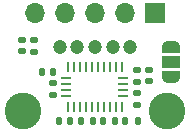
<source format=gbr>
%TF.GenerationSoftware,KiCad,Pcbnew,8.0.6-8.0.6-0~ubuntu24.04.1*%
%TF.CreationDate,2024-11-07T20:05:32-08:00*%
%TF.ProjectId,uSlime_BNO085_Module,75536c69-6d65-45f4-924e-4f3038355f4d,rev?*%
%TF.SameCoordinates,Original*%
%TF.FileFunction,Soldermask,Top*%
%TF.FilePolarity,Negative*%
%FSLAX46Y46*%
G04 Gerber Fmt 4.6, Leading zero omitted, Abs format (unit mm)*
G04 Created by KiCad (PCBNEW 8.0.6-8.0.6-0~ubuntu24.04.1) date 2024-11-07 20:05:32*
%MOMM*%
%LPD*%
G01*
G04 APERTURE LIST*
G04 Aperture macros list*
%AMRoundRect*
0 Rectangle with rounded corners*
0 $1 Rounding radius*
0 $2 $3 $4 $5 $6 $7 $8 $9 X,Y pos of 4 corners*
0 Add a 4 corners polygon primitive as box body*
4,1,4,$2,$3,$4,$5,$6,$7,$8,$9,$2,$3,0*
0 Add four circle primitives for the rounded corners*
1,1,$1+$1,$2,$3*
1,1,$1+$1,$4,$5*
1,1,$1+$1,$6,$7*
1,1,$1+$1,$8,$9*
0 Add four rect primitives between the rounded corners*
20,1,$1+$1,$2,$3,$4,$5,0*
20,1,$1+$1,$4,$5,$6,$7,0*
20,1,$1+$1,$6,$7,$8,$9,0*
20,1,$1+$1,$8,$9,$2,$3,0*%
%AMFreePoly0*
4,1,19,0.550000,-0.750000,0.000000,-0.750000,0.000000,-0.744911,-0.071157,-0.744911,-0.207708,-0.704816,-0.327430,-0.627875,-0.420627,-0.520320,-0.479746,-0.390866,-0.500000,-0.250000,-0.500000,0.250000,-0.479746,0.390866,-0.420627,0.520320,-0.327430,0.627875,-0.207708,0.704816,-0.071157,0.744911,0.000000,0.744911,0.000000,0.750000,0.550000,0.750000,0.550000,-0.750000,0.550000,-0.750000,
$1*%
%AMFreePoly1*
4,1,19,0.000000,0.744911,0.071157,0.744911,0.207708,0.704816,0.327430,0.627875,0.420627,0.520320,0.479746,0.390866,0.500000,0.250000,0.500000,-0.250000,0.479746,-0.390866,0.420627,-0.520320,0.327430,-0.627875,0.207708,-0.704816,0.071157,-0.744911,0.000000,-0.744911,0.000000,-0.750000,-0.550000,-0.750000,-0.550000,0.750000,0.000000,0.750000,0.000000,0.744911,0.000000,0.744911,
$1*%
G04 Aperture macros list end*
%ADD10RoundRect,0.135000X-0.135000X-0.185000X0.135000X-0.185000X0.135000X0.185000X-0.135000X0.185000X0*%
%ADD11RoundRect,0.140000X-0.170000X0.140000X-0.170000X-0.140000X0.170000X-0.140000X0.170000X0.140000X0*%
%ADD12RoundRect,0.140000X0.170000X-0.140000X0.170000X0.140000X-0.170000X0.140000X-0.170000X-0.140000X0*%
%ADD13R,1.700000X1.700000*%
%ADD14O,1.700000X1.700000*%
%ADD15RoundRect,0.135000X0.135000X0.185000X-0.135000X0.185000X-0.135000X-0.185000X0.135000X-0.185000X0*%
%ADD16C,3.100000*%
%ADD17RoundRect,0.140000X0.140000X0.170000X-0.140000X0.170000X-0.140000X-0.170000X0.140000X-0.170000X0*%
%ADD18FreePoly0,270.000000*%
%ADD19R,1.500000X1.000000*%
%ADD20FreePoly1,270.000000*%
%ADD21RoundRect,0.135000X-0.185000X0.135000X-0.185000X-0.135000X0.185000X-0.135000X0.185000X0.135000X0*%
%ADD22C,1.200000*%
%ADD23R,0.250000X0.914400*%
%ADD24R,0.812800X0.250000*%
G04 APERTURE END LIST*
D10*
%TO.C,R6*%
X10940000Y-11400000D03*
X11960000Y-11400000D03*
%TD*%
D11*
%TO.C,C3*%
X2200000Y-4570000D03*
X2200000Y-5530000D03*
%TD*%
D12*
%TO.C,C2*%
X12950000Y-8080000D03*
X12950000Y-7120000D03*
%TD*%
D13*
%TO.C,J1*%
X13425000Y-2300000D03*
D14*
X10885000Y-2300000D03*
X8345000Y-2300000D03*
X5805000Y-2300000D03*
X3265000Y-2300000D03*
%TD*%
D15*
%TO.C,R2*%
X8160000Y-11400000D03*
X7140000Y-11400000D03*
%TD*%
D16*
%TO.C,REF\u002A\u002A*%
X14450000Y-10550000D03*
%TD*%
D17*
%TO.C,C4*%
X6230000Y-11400000D03*
X5270000Y-11400000D03*
%TD*%
D18*
%TO.C,JP1*%
X14792500Y-5150000D03*
D19*
X14792500Y-6450000D03*
D20*
X14792500Y-7750000D03*
%TD*%
D21*
%TO.C,R3*%
X3200000Y-4540000D03*
X3200000Y-5560000D03*
%TD*%
%TO.C,R7*%
X11900000Y-9040000D03*
X11900000Y-10060000D03*
%TD*%
D22*
%TO.C,CN1*%
X11355000Y-5150000D03*
X9855000Y-5150000D03*
X8355000Y-5150000D03*
X6855000Y-5150000D03*
X5355000Y-5150000D03*
%TD*%
D17*
%TO.C,C1*%
X4830000Y-7250000D03*
X3870000Y-7250000D03*
%TD*%
D23*
%TO.C,U1*%
X6102600Y-6872670D03*
D24*
X5911600Y-7800000D03*
X5911600Y-8303070D03*
X5911600Y-8803070D03*
X5911600Y-9303060D03*
D23*
X6102600Y-10225470D03*
X6602600Y-10225470D03*
X7102600Y-10225470D03*
X7602600Y-10225470D03*
X8102600Y-10225470D03*
X8602600Y-10225470D03*
X9102600Y-10225470D03*
X9602600Y-10225470D03*
X10102600Y-10225470D03*
X10610600Y-10225470D03*
D24*
X10737600Y-9303070D03*
X10737600Y-8803070D03*
X10737600Y-8303070D03*
X10737600Y-7800000D03*
D23*
X10610600Y-6872670D03*
X10102600Y-6872670D03*
X9602600Y-6872670D03*
X9102600Y-6872670D03*
X8602600Y-6872670D03*
X8102600Y-6872670D03*
X7602600Y-6872670D03*
X7102600Y-6872670D03*
X6602600Y-6872670D03*
%TD*%
D21*
%TO.C,R4*%
X11900000Y-7080000D03*
X11900000Y-8100000D03*
%TD*%
%TO.C,R1*%
X4799000Y-8250000D03*
X4799000Y-9270000D03*
%TD*%
D10*
%TO.C,R5*%
X9040000Y-11400000D03*
X10060000Y-11400000D03*
%TD*%
D16*
%TO.C,REF\u002A\u002A*%
X2250000Y-10550000D03*
%TD*%
M02*

</source>
